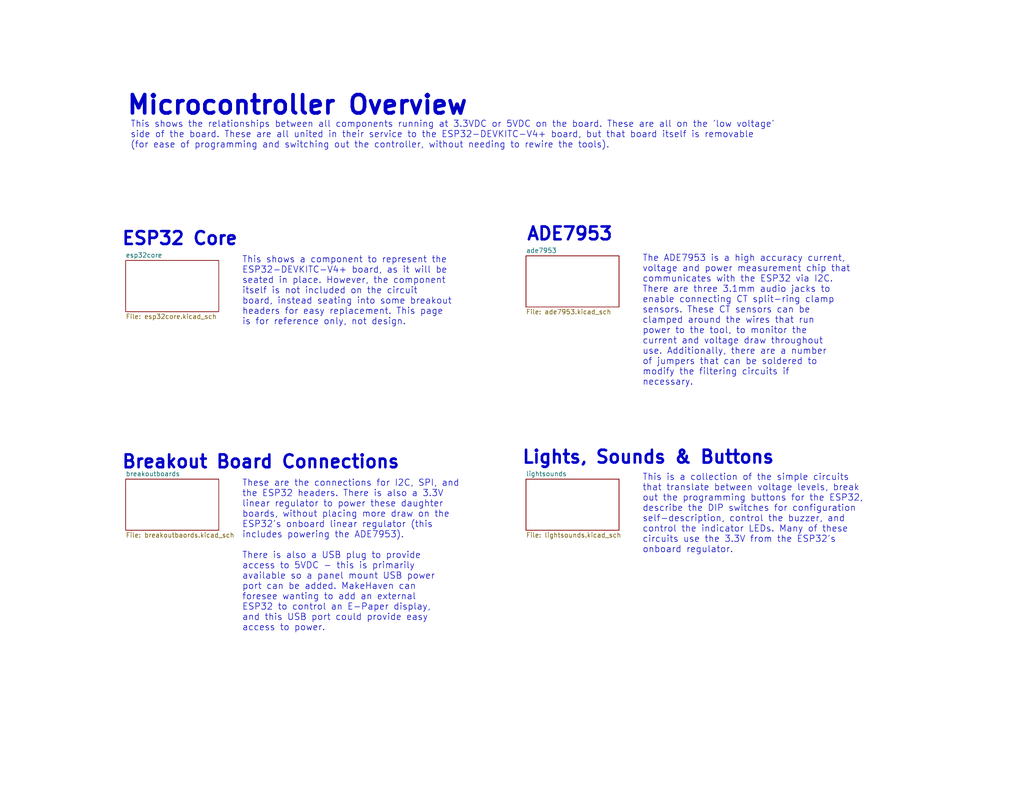
<source format=kicad_sch>
(kicad_sch (version 20211123) (generator eeschema)
  (paper "USLetter")
  (title_block (date "2022-10-09") (rev "3") (company "Corey Rice & MakeHaven"))
  (lib_symbols)
  (text "This shows the relationships between all components running at 3.3VDC or 5VDC on the board. These are all on the 'low voltage' \nside of the board. These are all united in their service to the ESP32-DEVKITC-V4+ board, but that board itself is removable \n(for ease of programming and switching out the controller, without needing to rewire the tools). " (at 35.56 40.64 0) (effects (font (size 1.75 1.75)) (justify left bottom)))
  (text "This is a collection of the simple circuits \nthat translate between voltage levels, break \nout the programming buttons for the ESP32, \ndescribe the DIP switches for configuration \nself-description, control the buzzer, and \ncontrol the indicator LEDs. Many of these \ncircuits use the 3.3V from the ESP32's \nonboard regulator.\n" (at 175.26 151.13 0) (effects (font (size 1.75 1.75)) (justify left bottom)))
  (text "This shows a component to represent the \nESP32-DEVKITC-V4+ board, as it will be \nseated in place. However, the component \nitself is not included on the circuit \nboard, instead seating into some breakout \nheaders for easy replacement. This page \nis for reference only, not design." (at 66.04 88.9 0) (effects (font (size 1.75 1.75)) (justify left bottom)))
  (text "Breakout Board Connections" (at 33.02 128.27 0) (effects (font (size 3.5 3.5) bold) (justify left bottom)))
  (text "These are the connections for I2C, SPI, and \nthe ESP32 headers. There is also a 3.3V \nlinear regulator to power these daughter \nboards, without placing more draw on the \nESP32's onboard linear regulator (this \nincludes powering the ADE7953).\n\nThere is also a USB plug to provide \naccess to 5VDC - this is primarily \navailable so a panel mount USB power \nport can be added. MakeHaven can \nforesee wanting to add an external \nESP32 to control an E-Paper display, \nand this USB port could provide easy \naccess to power.\n\n" (at 66.04 175.26 0) (effects (font (size 1.75 1.75)) (justify left bottom)))
  (text "Lights, Sounds & Buttons" (at 142.24 127 0) (effects (font (size 3.5 3.5) bold) (justify left bottom)))
  (text "The ADE7953 is a high accuracy current, \nvoltage and power measurement chip that \ncommunicates with the ESP32 via I2C. \nThere are three 3.1mm audio jacks to \nenable connecting CT split-ring clamp \nsensors. These CT sensors can be \nclamped around the wires that run \npower to the tool, to monitor the \ncurrent and voltage draw throughout \nuse. Additionally, there are a number \nof jumpers that can be soldered to \nmodify the filtering circuits if \nnecessary. " (at 175.26 105.41 0) (effects (font (size 1.75 1.75)) (justify left bottom)))
  (text "ESP32 Core" (at 33.02 67.31 0) (effects (font (size 3.5 3.5) bold) (justify left bottom)))
  (text "Microcontroller Overview" (at 34.29 31.75 0) (effects (font (size 5 5) (thickness 1) bold) (justify left bottom)))
  (text "ADE7953" (at 143.51 66.04 0) (effects (font (size 3.5 3.5) bold) (justify left bottom)))
  (sheet (at 143.51 69.85) (size 25.4 13.97) (stroke (width 0.1524))
    (property "Sheet name" "ade7953" (at 143.51 69.1384 0) (effects (justify left bottom)))
    (property "Sheet file" "ade7953.kicad_sch" (at 143.51 84.4046 0) (effects (justify left top)))
  )
  (sheet (at 34.29 71.12) (size 25.4 13.97) (stroke (width 0.1524))
    (property "Sheet name" "esp32core" (at 34.29 70.4084 0) (effects (justify left bottom)))
    (property "Sheet file" "esp32core.kicad_sch" (at 34.29 85.6746 0) (effects (justify left top)))
  )
  (sheet (at 34.29 130.81) (size 25.4 13.97) (stroke (width 0.1524))
    (property "Sheet name" "breakoutboards" (at 34.29 130.0984 0) (effects (justify left bottom)))
    (property "Sheet file" "breakoutbaords.kicad_sch" (at 34.29 145.3646 0) (effects (justify left top)))
  )
  (sheet (at 143.51 130.81) (size 25.4 13.97) (stroke (width 0.1524))
    (property "Sheet name" "lightsounds" (at 143.51 130.0984 0) (effects (justify left bottom)))
    (property "Sheet file" "lightsounds.kicad_sch" (at 143.51 145.3646 0) (effects (justify left top)))
  )
)
</source>
